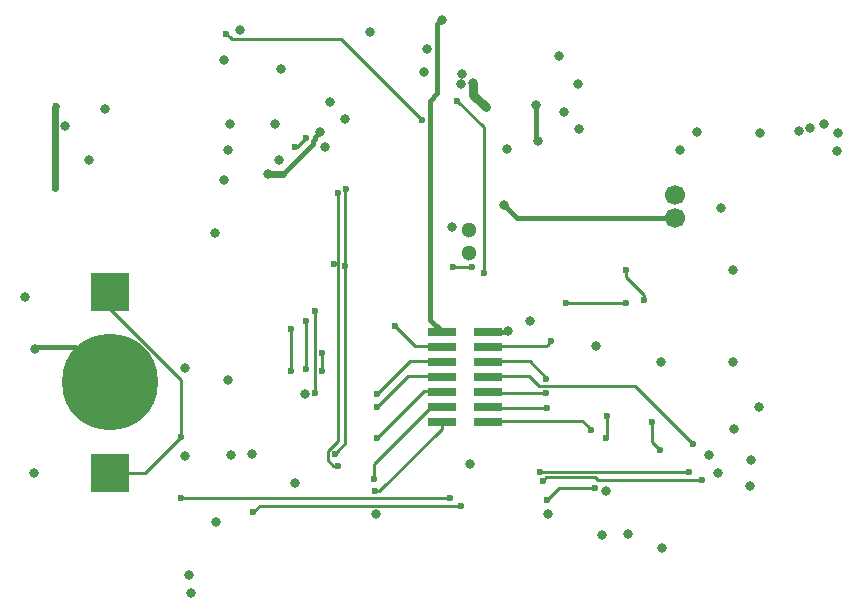
<source format=gbr>
G04 #@! TF.FileFunction,Copper,L4,Bot,Signal*
%FSLAX46Y46*%
G04 Gerber Fmt 4.6, Leading zero omitted, Abs format (unit mm)*
G04 Created by KiCad (PCBNEW 4.0.6) date 12/09/17 14:59:19*
%MOMM*%
%LPD*%
G01*
G04 APERTURE LIST*
%ADD10C,1.000000*%
%ADD11C,8.130000*%
%ADD12R,3.200000X3.200000*%
%ADD13C,1.300000*%
%ADD14C,1.700000*%
%ADD15R,2.400000X0.760000*%
%ADD16C,0.800000*%
%ADD17C,0.600000*%
%ADD18C,0.450000*%
%ADD19C,0.250000*%
%ADD20C,0.600000*%
%ADD21C,0.800000*%
G04 APERTURE END LIST*
D10*
D11*
X9600000Y-31300000D03*
D12*
X9600000Y-39000000D03*
X9600000Y-23600000D03*
D13*
X40000000Y-20300000D03*
X40000000Y-18400000D03*
D14*
X57400000Y-17400000D03*
X57400000Y-15400000D03*
D15*
X41550000Y-34610000D03*
X37650000Y-34610000D03*
X41550000Y-33340000D03*
X37650000Y-33340000D03*
X41550000Y-32070000D03*
X37650000Y-32070000D03*
X41550000Y-30800000D03*
X37650000Y-30800000D03*
X41550000Y-29530000D03*
X37650000Y-29530000D03*
X41550000Y-28260000D03*
X37650000Y-28260000D03*
X41550000Y-26990000D03*
X37650000Y-26990000D03*
D16*
X62400000Y-35200000D03*
X61023542Y-38923542D03*
X64500000Y-33400000D03*
X19200000Y-4000000D03*
X25200000Y-39800000D03*
X36440492Y-3106882D03*
X50700000Y-28200000D03*
X51538744Y-40531256D03*
X63809741Y-37882922D03*
X16300000Y-47600000D03*
X16400000Y-49100000D03*
X23546112Y-9408845D03*
X19200000Y-14200000D03*
X23841551Y-12466137D03*
X57800000Y-11600000D03*
X68827389Y-9793914D03*
X71200000Y-10200000D03*
X70000000Y-9400000D03*
X21605916Y-37392445D03*
X15912418Y-37514122D03*
X15933149Y-30078779D03*
X60280626Y-37460314D03*
X9122182Y-8164543D03*
X18472369Y-18639729D03*
X39263103Y-6029842D03*
X39346116Y-5216308D03*
X38504392Y-18124462D03*
X2400000Y-24100000D03*
X7800000Y-12500000D03*
X5800000Y-9600000D03*
X28164020Y-7567133D03*
X27759599Y-11369260D03*
X49200000Y-6000000D03*
X49300000Y-9800000D03*
X62300000Y-29600000D03*
X56200000Y-29600000D03*
X36200000Y-5000000D03*
X19800000Y-37400000D03*
X19600000Y-31100000D03*
X62300000Y-21750000D03*
X29431213Y-9023098D03*
X20600000Y-1424990D03*
X53400000Y-44100000D03*
X56300000Y-45350000D03*
X40036138Y-38224990D03*
X26100000Y-32300000D03*
X63720617Y-40036753D03*
X46695000Y-42400000D03*
X32095000Y-42400000D03*
X45110000Y-26090000D03*
X43235000Y-26965000D03*
X51200000Y-44200000D03*
X18584356Y-43120569D03*
X3200000Y-28500000D03*
X3164876Y-39007222D03*
X19700000Y-9400000D03*
X31600000Y-1600000D03*
X24050000Y-4750000D03*
X59236959Y-10098691D03*
X64600000Y-10200000D03*
X19600000Y-11600000D03*
X61310447Y-16555996D03*
X43188549Y-11494405D03*
X47579479Y-3643584D03*
X48000000Y-8400000D03*
X71100000Y-11700000D03*
X67900000Y-10000000D03*
D17*
X51595828Y-36022221D03*
X51615929Y-34151638D03*
X38595891Y-21513564D03*
X40242218Y-21495702D03*
D16*
X37700000Y-574999D03*
D17*
X26945162Y-25251638D03*
X26943265Y-32193118D03*
X32200000Y-33400000D03*
X26136721Y-26090588D03*
X26150914Y-30162748D03*
X32200000Y-32300000D03*
X24885923Y-26792255D03*
X32012446Y-40505125D03*
X24883513Y-30343534D03*
X50653424Y-40196419D03*
X39284562Y-41717258D03*
X46532623Y-41265565D03*
X21700000Y-42300000D03*
X19427304Y-1772694D03*
X41206592Y-22070708D03*
X38976722Y-7430461D03*
X35954422Y-9068420D03*
X53300000Y-21800000D03*
X54800000Y-24300000D03*
X59672756Y-39589052D03*
X46226001Y-39613953D03*
X31922404Y-39499408D03*
X45987657Y-38902820D03*
X58600000Y-38900000D03*
X32200000Y-36000000D03*
X46500000Y-31000000D03*
X28879250Y-15274990D03*
X28500000Y-21300000D03*
X28908506Y-38360318D03*
X55455013Y-34624990D03*
X48200000Y-24600000D03*
X53300000Y-24600000D03*
X56100000Y-37000000D03*
X29521218Y-14887182D03*
X29500000Y-21400000D03*
X28603481Y-37362053D03*
X27518275Y-30324409D03*
X27526775Y-28774387D03*
X15617244Y-41121668D03*
X38386402Y-41080135D03*
X15600000Y-35900000D03*
X4964302Y-7874573D03*
X4900000Y-14800000D03*
X26125509Y-10616518D03*
X25204263Y-11359462D03*
X50316357Y-35324307D03*
X46931496Y-27819936D03*
X58965483Y-36538431D03*
X33700000Y-26500000D03*
X46600000Y-33500000D03*
X46500000Y-32200000D03*
D16*
X45786989Y-10826234D03*
X45600000Y-7800000D03*
X42900000Y-16300000D03*
X22958854Y-13641146D03*
X40346321Y-5963711D03*
X27345824Y-10119165D03*
X41387821Y-8013918D03*
D18*
X41550000Y-26990000D02*
X43210000Y-26990000D01*
X43210000Y-26990000D02*
X43235000Y-26965000D01*
X9600000Y-31300000D02*
X6582762Y-28282762D01*
X6582762Y-28282762D02*
X3417238Y-28282762D01*
X3417238Y-28282762D02*
X3200000Y-28500000D01*
D19*
X51615929Y-36002120D02*
X51595828Y-36022221D01*
X51615929Y-34151638D02*
X51615929Y-36002120D01*
X38613753Y-21495702D02*
X38595891Y-21513564D01*
X40242218Y-21495702D02*
X38613753Y-21495702D01*
D18*
X37650000Y-26965000D02*
X36669376Y-25984376D01*
X36669376Y-25984376D02*
X36669376Y-7431109D01*
X36669376Y-7431109D02*
X37300001Y-6800484D01*
X37300001Y-974998D02*
X37700000Y-574999D01*
X37300001Y-6800484D02*
X37300001Y-974998D01*
D19*
X26943265Y-25253535D02*
X26945162Y-25251638D01*
X26943265Y-32193118D02*
X26943265Y-25253535D01*
X32200000Y-33400000D02*
X34825000Y-30775000D01*
X34825000Y-30775000D02*
X37650000Y-30775000D01*
X26150914Y-30162748D02*
X26150914Y-26104781D01*
X26150914Y-26104781D02*
X26136721Y-26090588D01*
X32200000Y-32300000D02*
X34995000Y-29505000D01*
X34995000Y-29505000D02*
X37650000Y-29505000D01*
X24883513Y-30343534D02*
X24883513Y-26794665D01*
X24883513Y-26794665D02*
X24885923Y-26792255D01*
X32359875Y-40505125D02*
X32012446Y-40505125D01*
X37650000Y-35215000D02*
X32359875Y-40505125D01*
X37650000Y-34585000D02*
X37650000Y-35215000D01*
X50229160Y-40196419D02*
X50653424Y-40196419D01*
X46532623Y-41265565D02*
X47601769Y-40196419D01*
X47601769Y-40196419D02*
X50229160Y-40196419D01*
X38860298Y-41717258D02*
X39284562Y-41717258D01*
X22282742Y-41717258D02*
X38860298Y-41717258D01*
X21700000Y-42300000D02*
X22282742Y-41717258D01*
X19727303Y-2072693D02*
X19427304Y-1772694D01*
X19877303Y-2222693D02*
X19727303Y-2072693D01*
X35954422Y-9068420D02*
X29108695Y-2222693D01*
X29108695Y-2222693D02*
X19877303Y-2222693D01*
X38976722Y-7430461D02*
X41206592Y-9660331D01*
X41206592Y-21646444D02*
X41206592Y-22070708D01*
X41206592Y-9660331D02*
X41206592Y-21646444D01*
X53300000Y-22375736D02*
X53300000Y-21800000D01*
X54800000Y-24300000D02*
X54800000Y-23875736D01*
X54800000Y-23875736D02*
X53300000Y-22375736D01*
X50918995Y-39589052D02*
X59248492Y-39589052D01*
X50643897Y-39313954D02*
X50918995Y-39589052D01*
X59248492Y-39589052D02*
X59672756Y-39589052D01*
X46526000Y-39313954D02*
X50643897Y-39313954D01*
X46226001Y-39613953D02*
X46526000Y-39313954D01*
X31922404Y-38222596D02*
X31922404Y-39075144D01*
X36830000Y-33315000D02*
X31922404Y-38222596D01*
X31922404Y-39075144D02*
X31922404Y-39499408D01*
X37650000Y-33315000D02*
X36830000Y-33315000D01*
X58600000Y-38900000D02*
X45990477Y-38900000D01*
X45990477Y-38900000D02*
X45987657Y-38902820D01*
X32200000Y-36000000D02*
X36155000Y-32045000D01*
X36155000Y-32045000D02*
X37650000Y-32045000D01*
X45105000Y-29505000D02*
X46500000Y-30900000D01*
X46500000Y-30900000D02*
X46500000Y-31000000D01*
X41550000Y-29505000D02*
X45105000Y-29505000D01*
X28879250Y-21300000D02*
X28879250Y-15274990D01*
X28500000Y-21300000D02*
X28879250Y-21300000D01*
X28879250Y-21300000D02*
X28879250Y-36235279D01*
X28879250Y-36235279D02*
X28028479Y-37086051D01*
X28028479Y-37086051D02*
X28028479Y-37904555D01*
X28484242Y-38360318D02*
X28908506Y-38360318D01*
X28028479Y-37904555D02*
X28484242Y-38360318D01*
X55455013Y-36355013D02*
X55455013Y-35049254D01*
X55455013Y-35049254D02*
X55455013Y-34624990D01*
X56100000Y-37000000D02*
X55455013Y-36355013D01*
X53300000Y-24600000D02*
X48200000Y-24600000D01*
X29500000Y-14908400D02*
X29521218Y-14887182D01*
X29500000Y-21400000D02*
X29500000Y-14908400D01*
X29500000Y-21400000D02*
X29500000Y-36465534D01*
X28903480Y-37062054D02*
X28603481Y-37362053D01*
X29500000Y-36465534D02*
X28903480Y-37062054D01*
X27526775Y-30315909D02*
X27518275Y-30324409D01*
X27526775Y-28774387D02*
X27526775Y-30315909D01*
X15658777Y-41080135D02*
X15617244Y-41121668D01*
X38386402Y-41080135D02*
X15658777Y-41080135D01*
X15600000Y-35475736D02*
X15600000Y-35900000D01*
X9600000Y-25082601D02*
X15600000Y-31082601D01*
X15600000Y-31082601D02*
X15600000Y-35475736D01*
X9600000Y-23600000D02*
X9600000Y-25082601D01*
X9600000Y-39000000D02*
X12500000Y-39000000D01*
X12500000Y-39000000D02*
X15600000Y-35900000D01*
D20*
X4900000Y-7938875D02*
X4964302Y-7874573D01*
X4900000Y-14800000D02*
X4900000Y-7938875D01*
D19*
X26125509Y-10616518D02*
X25382565Y-11359462D01*
X25382565Y-11359462D02*
X25204263Y-11359462D01*
X50016358Y-35024308D02*
X50316357Y-35324307D01*
X49577050Y-34585000D02*
X50016358Y-35024308D01*
X41550000Y-34585000D02*
X49577050Y-34585000D01*
X46631497Y-28119935D02*
X46931496Y-27819936D01*
X46516432Y-28235000D02*
X46631497Y-28119935D01*
X41550000Y-28235000D02*
X46516432Y-28235000D01*
X58665484Y-36238432D02*
X58965483Y-36538431D01*
X45075000Y-30775000D02*
X45900000Y-31600000D01*
X54027052Y-31600000D02*
X58665484Y-36238432D01*
X45900000Y-31600000D02*
X54027052Y-31600000D01*
X41550000Y-30775000D02*
X45075000Y-30775000D01*
X37650000Y-28235000D02*
X35435000Y-28235000D01*
X35435000Y-28235000D02*
X33700000Y-26500000D01*
X46600000Y-33500000D02*
X41735000Y-33500000D01*
X41735000Y-33500000D02*
X41550000Y-33315000D01*
X46500000Y-32200000D02*
X41705000Y-32200000D01*
X41705000Y-32200000D02*
X41550000Y-32045000D01*
D18*
X45600000Y-10639245D02*
X45786989Y-10826234D01*
X45600000Y-7800000D02*
X45600000Y-10639245D01*
X57400000Y-17400000D02*
X44000000Y-17400000D01*
X44000000Y-17400000D02*
X42900000Y-16300000D01*
D20*
X24249643Y-13641146D02*
X22958854Y-13641146D01*
D21*
X40346321Y-6529396D02*
X40346321Y-5963711D01*
X40346321Y-6972418D02*
X40346321Y-6529396D01*
X41387821Y-8013918D02*
X40346321Y-6972418D01*
D18*
X26754367Y-10861829D02*
X26945825Y-10670371D01*
X24249643Y-13641146D02*
X26754367Y-11136422D01*
X26754367Y-11136422D02*
X26754367Y-10861829D01*
X26945825Y-10519164D02*
X27345824Y-10119165D01*
X26945825Y-10670371D02*
X26945825Y-10519164D01*
M02*

</source>
